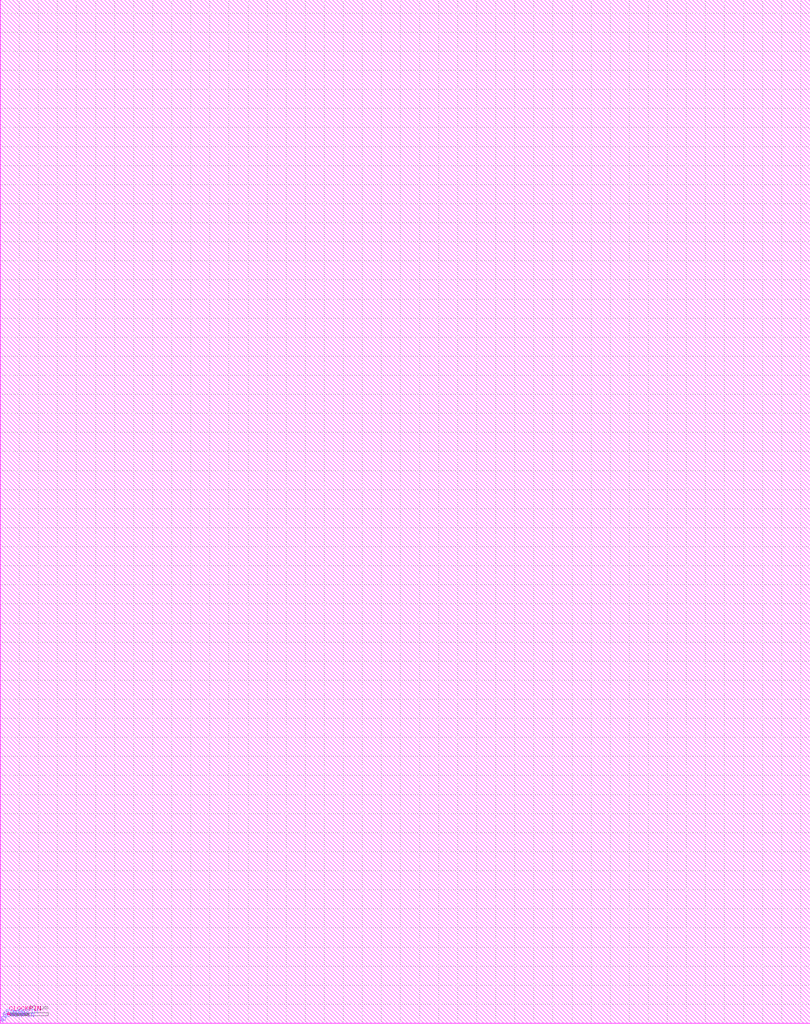
<source format=lef>
# This is mini2.lef, a copy of mini1.lef
# mini1.lef was created 1 august 1997 mro for testing parsers.  
# It is not intended to be realistic. Corrections by wyd.


NAMESCASESENSITIVE ON ;

UNITS
    DATABASE MICRONS 1000 ;
END UNITS

LAYER POLY
	TYPE MASTERSLICE ;
END POLY

LAYER CUT01
	TYPE CUT ;
END CUT01

LAYER M1
    TYPE ROUTING ;
    PITCH 2.4 ;
    WIDTH 1.0 ;
    SPACING 1.0 ;
    DIRECTION HORIZONTAL ;
    RESISTANCE RPERSQ 0.03 ;
    CAPACITANCE CPERSQDIST 2.7E-5 ;
    HEIGHT 5.07 ;
    THICKNESS 2.14 ;
    SHRINKAGE .07 ;
    EDGECAPACITANCE 9.0e-2 ;
    CAPMULTIPLIER 2.2 ;
END M1

LAYER CUT12
  TYPE CUT ; 
END CUT12

LAYER M2
    TYPE ROUTING ;
    PITCH 2.6 ;
    WIDTH 1.0 ;
    SPACING 1.0 ;
    DIRECTION VERTICAL ;
    RESISTANCE RPERSQ 0.01 ;
    CAPACITANCE CPERSQDIST 2.9E-5 ;
    HEIGHT 3.02 ;
    THICKNESS 2.12 ;
    SHRINKAGE .01 ;
    EDGECAPACITANCE 8.3e-2 ;
    CAPMULTIPLIER 0.4 ;
END M2

LAYER CUT23
  TYPE CUT ; 
END CUT23

LAYER M3
    TYPE ROUTING ;
    PITCH 3.2 ;
    WIDTH 1.8 ;
    SPACING 1.2 ;
    DIRECTION HORIZONTAL ;
    RESISTANCE RPERSQ 0.08 ;
    CAPACITANCE CPERSQDIST 2.8E-3 ;
    HEIGHT 9.07 ;
    THICKNESS 2.04 ;
    SHRINKAGE .007 ;
    EDGECAPACITANCE 1e-2 ;
    CAPMULTIPLIER 1.0 ;
END M3

VIA via01 DEFAULT
  LAYER POLY ; RECT -0.8 -0.8 0.8 0.8 ;
  LAYER CUT01 ; RECT -0.4 -0.4 0.4 0.4 ;
  LAYER M1 ; RECT -0.8 -0.8 0.8 0.8 ;
  RESISTANCE 8.0 ; 
END via01

VIA via12 DEFAULT
  LAYER M1 ; RECT -0.8 -0.8 0.8 0.8 ; 
  LAYER CUT12 ; RECT -0.4 -0.4 0.4 0.4 ; 
  LAYER M2 ; RECT -0.8 -0.8 0.8 0.8 ; 
  RESISTANCE 1.5 ; 
END via12
 
VIA via23 DEFAULT
  LAYER M2 ; RECT -0.8 -0.8 0.8 0.8 ; 
  LAYER CUT23 ; RECT -0.4 -0.4 0.4 0.4 ; 
  LAYER M3 ; RECT -1.0 -1.0 1.0 1.0 ; 
  RESISTANCE 1.5 ; 
END via23

MINFEATURE 0.01 0.02 ;

SITE ORDINARY
    CLASS CORE ;
    SYMMETRY Y ;
    SIZE 245 BY 32 ;
END ORDINARY

SITE IOSITE
    CLASS PAD ;
    SYMMETRY X Y ;
    SIZE 900 BY 1100 ;
END IOSITE

MACRO INPAD
    CLASS PAD INPUT ;
    SIZE 850 BY 1074 ;
    SYMMETRY X Y ;
    SITE IOSITE ;

    PIN OUTPIN
        USE SIGNAL ;
        DIRECTION OUTPUT ;
        PORT
            LAYER M1 ;
            RECT 1 3 5 7 ;
        END
    END OUTPIN


    PIN POWERPIN
        USE POWER ;
        PORT
            LAYER M1 ;
            RECT 1 2 3 4 ;
            LAYER M2 ;
            RECT 5 6 7 8 ;
        END
    END POWERPIN

    PIN CLOCKPIN
        USE CLOCK ;
        PORT
            LAYER M3 ;
            RECT 8 9 10 11 ;
        END
    END CLOCKPIN

END INPAD



MACRO OUTPAD
    CLASS PAD OUTPUT ;
    SIZE 850 BY 1074 ;
    SYMMETRY X Y ;
    SITE IOSITE ;

    PIN INPIN
        USE SIGNAL ;
        DIRECTION INPUT ;
        PORT
            LAYER M1 ;
            RECT 1 3 5 7 ;
        END
    END INPIN


    PIN POWERPIN
        USE POWER ;
        PORT
            LAYER M1 ;
            RECT 1 2 3 4 ;
            LAYER M2 ;
            RECT 5 6 7 8 ;
        END
    END POWERPIN

    PIN CLOCKPIN
        USE CLOCK ;
        PORT
            LAYER M3 ;
            RECT 8 9 10 11 ;
        END
    END CLOCKPIN

END OUTPAD

    

MACRO NORGATE
    CLASS CORE ;
    SIZE 16 BY 16 ;
    SYMMETRY X Y ;
    SITE ORDINARY ;

    PIN IN1
        USE SIGNAL ;
        DIRECTION INPUT ;
        PORT
            LAYER M1 ;
            RECT 1 3 5 7 ;
        END
    END IN1

    PIN IN2
        USE SIGNAL ;
        DIRECTION INPUT ;
        PORT
            LAYER M2 ;
            RECT 1 3 5 7 ;
        END
    END IN2

    PIN RESULT
        USE SIGNAL ;
        DIRECTION OUTPUT ;
        PORT
            LAYER M3 ;
            RECT 1 3 5 7 ;
        END

    END RESULT


    PIN POWERPIN
        USE POWER ;
        PORT
            LAYER M1 ;
            RECT 7 8 9 10 ;
            LAYER M2 ;
            RECT 5 6 7 8 ;
        END
    END POWERPIN

    OBS
        LAYER M2 ;
        WIDTH 0.5 ;
        RECT 10 11 12 13 ;
    END

END NORGATE


</source>
